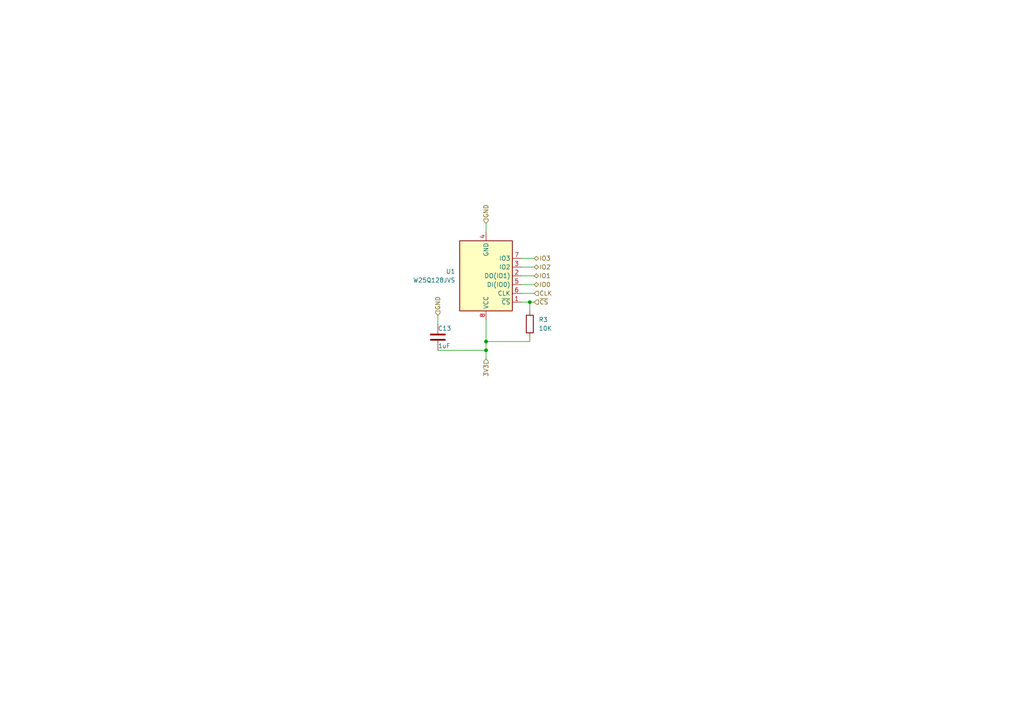
<source format=kicad_sch>
(kicad_sch (version 20230121) (generator eeschema)
  (paper "A4")
  (lib_symbols
    (symbol "Device:C" (pin_numbers hide) (pin_names (offset 0.254))
      (property "Reference" "C" (at 0.635 2.54 0))
      (property "Value" "C" (at 0.635 -2.54 0))
      (symbol "C_0_1"
        (polyline (pts (xy -2.032 -0.762) (xy 2.032 -0.762)) (stroke (width 0.508)))
        (polyline (pts (xy -2.032 0.762) (xy 2.032 0.762)) (stroke (width 0.508)))
      )
      (symbol "C_1_1"
        (pin passive line (at 0 3.81 270) (length 2.794) (name "~") (number "1"))
        (pin passive line (at 0 -3.81 90) (length 2.794) (name "~") (number "2"))
      )
    )
    (symbol "Device:R" (pin_numbers hide) (pin_names (offset 0))
      (property "Reference" "R" (at 2.032 0 90))
      (property "Value" "R" (at 0 0 90))
      (symbol "R_0_1"
        (rectangle (start -1.016 -2.54) (end 1.016 2.54) (stroke (width 0.254)))
      )
      (symbol "R_1_1"
        (pin passive line (at 0 3.81 270) (length 1.27) (name "~") (number "1"))
        (pin passive line (at 0 -3.81 90) (length 1.27) (name "~") (number "2"))
      )
    )
    (symbol "Memory_Flash:W25Q128JVS"
      (property "Reference" "U" (at -8.89 8.89 0))
      (property "Value" "W25Q128JVS" (at 7.62 8.89 0))
      (symbol "W25Q128JVS_0_1"
        (rectangle (start -7.62 10.16) (end 7.62 -10.16) (stroke (width 0.254)) (fill (type background)))
      )
      (symbol "W25Q128JVS_1_1"
        (pin input line (at -10.16 7.62 0) (length 2.54) (name "~{CS}") (number "1"))
        (pin bidirectional line (at -10.16 0 0) (length 2.54) (name "DO(IO1)") (number "2"))
        (pin bidirectional line (at -10.16 -2.54 0) (length 2.54) (name "IO2") (number "3"))
        (pin power_in line (at 0 -12.7 90) (length 2.54) (name "GND") (number "4"))
        (pin bidirectional line (at -10.16 2.54 0) (length 2.54) (name "DI(IO0)") (number "5"))
        (pin input line (at -10.16 5.08 0) (length 2.54) (name "CLK") (number "6"))
        (pin bidirectional line (at -10.16 -5.08 0) (length 2.54) (name "IO3") (number "7"))
        (pin power_in line (at 0 12.7 270) (length 2.54) (name "VCC") (number "8"))
      )
    )
  )
  (junction (at 140.97 101.6))
  (junction (at 140.97 99.06))
  (junction (at 153.67 87.63))
  (wire (pts (xy 151.13 85.09) (xy 154.94 85.09)))
  (wire (pts (xy 153.67 99.06) (xy 140.97 99.06)))
  (wire (pts (xy 151.13 74.93) (xy 154.94 74.93)))
  (wire (pts (xy 151.13 82.55) (xy 154.94 82.55)))
  (wire (pts (xy 140.97 99.06) (xy 140.97 101.6)))
  (wire (pts (xy 127 91.44) (xy 127 93.98)))
  (wire (pts (xy 151.13 77.47) (xy 154.94 77.47)))
  (wire (pts (xy 140.97 64.77) (xy 140.97 67.31)))
  (wire (pts (xy 151.13 80.01) (xy 154.94 80.01)))
  (wire (pts (xy 153.67 97.79) (xy 153.67 99.06)))
  (wire (pts (xy 153.67 87.63) (xy 154.94 87.63)))
  (wire (pts (xy 140.97 101.6) (xy 140.97 104.14)))
  (wire (pts (xy 153.67 87.63) (xy 153.67 90.17)))
  (wire (pts (xy 151.13 87.63) (xy 153.67 87.63)))
  (wire (pts (xy 127 101.6) (xy 140.97 101.6)))
  (wire (pts (xy 140.97 99.06) (xy 140.97 92.71)))
  (hierarchical_label "GND" (shape input) (at 140.97 64.77 90))
  (hierarchical_label "CLK" (shape input) (at 154.94 85.09 0))
  (hierarchical_label "GND" (shape input) (at 127 91.44 90))
  (hierarchical_label "IO2" (shape bidirectional) (at 154.94 77.47 0))
  (hierarchical_label "IO0" (shape bidirectional) (at 154.94 82.55 0))
  (hierarchical_label "IO1" (shape bidirectional) (at 154.94 80.01 0))
  (hierarchical_label "IO3" (shape bidirectional) (at 154.94 74.93 0))
  (hierarchical_label "~{CS}" (shape input) (at 154.94 87.63 0))
  (hierarchical_label "3V3" (shape input) (at 140.97 104.14 270))
  (symbol (lib_id "Memory_Flash:W25Q128JVS") (at 140.97 80.01 180) (unit 1)
    (property "Reference" "U1" (at 132.08 78.74 0) (effects (justify left)))
    (property "Value" "W25Q128JVS" (at 132.08 81.28 0) (effects (justify left)))
    (property "Footprint" "Package_SO:SOIC-8_5.23x5.23mm_P1.27mm" (effects hide))
    (property "Datasheet" "http://www.winbond.com/resource-files/w25q128jv_dtr%20revc%2003272018%20plus.pdf" (effects hide))
    (instances (project "ROSE-PILK_v1" (path "" (reference "U1") (unit 1)) (path "" (reference "U10") (unit 1))) (project "RP2040" (path "" (reference "U3") (unit 1)) (path "" (reference "U3") (unit 1))))
  )
  (symbol (lib_id "Device:C") (at 127 97.79 0) (unit 1)
    (property "Reference" "C13" (at 127 95.25 0) (effects (justify left)))
    (property "Value" "1uF" (at 127 100.33 0) (effects (justify left)))
    (property "Footprint" "Capacitor_THT:CP_Radial_D5.0mm_P2.00mm" (effects hide))
    (instances (project "RealP2040" (path "" (reference "C13") (unit 1))) (project "ROSE-PILK_v1" (path "" (reference "C5") (unit 1)) (path "" (reference "C34") (unit 1))) (project "RP2040" (path "" (reference "C13") (unit 1)) (path "" (reference "C15") (unit 1))))
  )
  (symbol (lib_id "Device:R") (at 153.67 93.98 0) (unit 1)
    (property "Reference" "R3" (at 156.21 92.71 0) (effects (justify left)))
    (property "Value" "10K" (at 156.21 95.25 0) (effects (justify left)))
    (property "Footprint" "Resistor_THT:R_Axial_DIN0207_L6.3mm_D2.5mm_P10.16mm_Horizontal" (effects hide))
    (instances (project "ROSE-PILK_v1" (path "" (reference "R3") (unit 1)) (path "" (reference "R44") (unit 1))) (project "RP2040" (path "" (reference "R10") (unit 1)) (path "" (reference "R10") (unit 1))))
  )
)
</source>
